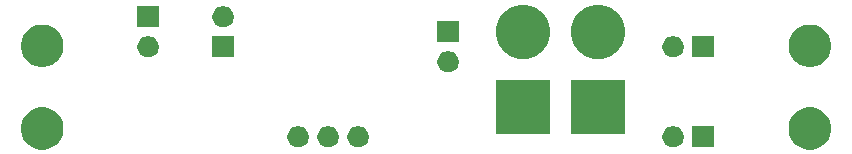
<source format=gbr>
G04 #@! TF.GenerationSoftware,KiCad,Pcbnew,(5.1.5-0-10_14)*
G04 #@! TF.CreationDate,2020-06-18T21:35:01+02:00*
G04 #@! TF.ProjectId,rover2,726f7665-7232-42e6-9b69-6361645f7063,rev?*
G04 #@! TF.SameCoordinates,Original*
G04 #@! TF.FileFunction,Soldermask,Bot*
G04 #@! TF.FilePolarity,Negative*
%FSLAX46Y46*%
G04 Gerber Fmt 4.6, Leading zero omitted, Abs format (unit mm)*
G04 Created by KiCad (PCBNEW (5.1.5-0-10_14)) date 2020-06-18 21:35:01*
%MOMM*%
%LPD*%
G04 APERTURE LIST*
%ADD10C,0.100000*%
G04 APERTURE END LIST*
D10*
G36*
X70525331Y-10268211D02*
G01*
X70853092Y-10403974D01*
X71148070Y-10601072D01*
X71398928Y-10851930D01*
X71596026Y-11146908D01*
X71731789Y-11474669D01*
X71801000Y-11822616D01*
X71801000Y-12177384D01*
X71731789Y-12525331D01*
X71596026Y-12853092D01*
X71398928Y-13148070D01*
X71148070Y-13398928D01*
X70853092Y-13596026D01*
X70525331Y-13731789D01*
X70177384Y-13801000D01*
X69822616Y-13801000D01*
X69474669Y-13731789D01*
X69146908Y-13596026D01*
X68851930Y-13398928D01*
X68601072Y-13148070D01*
X68403974Y-12853092D01*
X68268211Y-12525331D01*
X68199000Y-12177384D01*
X68199000Y-11822616D01*
X68268211Y-11474669D01*
X68403974Y-11146908D01*
X68601072Y-10851930D01*
X68851930Y-10601072D01*
X69146908Y-10403974D01*
X69474669Y-10268211D01*
X69822616Y-10199000D01*
X70177384Y-10199000D01*
X70525331Y-10268211D01*
G37*
G36*
X5525331Y-10268211D02*
G01*
X5853092Y-10403974D01*
X6148070Y-10601072D01*
X6398928Y-10851930D01*
X6596026Y-11146908D01*
X6731789Y-11474669D01*
X6801000Y-11822616D01*
X6801000Y-12177384D01*
X6731789Y-12525331D01*
X6596026Y-12853092D01*
X6398928Y-13148070D01*
X6148070Y-13398928D01*
X5853092Y-13596026D01*
X5525331Y-13731789D01*
X5177384Y-13801000D01*
X4822616Y-13801000D01*
X4474669Y-13731789D01*
X4146908Y-13596026D01*
X3851930Y-13398928D01*
X3601072Y-13148070D01*
X3403974Y-12853092D01*
X3268211Y-12525331D01*
X3199000Y-12177384D01*
X3199000Y-11822616D01*
X3268211Y-11474669D01*
X3403974Y-11146908D01*
X3601072Y-10851930D01*
X3851930Y-10601072D01*
X4146908Y-10403974D01*
X4474669Y-10268211D01*
X4822616Y-10199000D01*
X5177384Y-10199000D01*
X5525331Y-10268211D01*
G37*
G36*
X31863512Y-11803927D02*
G01*
X32012812Y-11833624D01*
X32176784Y-11901544D01*
X32324354Y-12000147D01*
X32449853Y-12125646D01*
X32548456Y-12273216D01*
X32616376Y-12437188D01*
X32651000Y-12611259D01*
X32651000Y-12788741D01*
X32616376Y-12962812D01*
X32548456Y-13126784D01*
X32449853Y-13274354D01*
X32324354Y-13399853D01*
X32176784Y-13498456D01*
X32012812Y-13566376D01*
X31863753Y-13596025D01*
X31838742Y-13601000D01*
X31661258Y-13601000D01*
X31636247Y-13596025D01*
X31487188Y-13566376D01*
X31323216Y-13498456D01*
X31175646Y-13399853D01*
X31050147Y-13274354D01*
X30951544Y-13126784D01*
X30883624Y-12962812D01*
X30849000Y-12788741D01*
X30849000Y-12611259D01*
X30883624Y-12437188D01*
X30951544Y-12273216D01*
X31050147Y-12125646D01*
X31175646Y-12000147D01*
X31323216Y-11901544D01*
X31487188Y-11833624D01*
X31636488Y-11803927D01*
X31661258Y-11799000D01*
X31838742Y-11799000D01*
X31863512Y-11803927D01*
G37*
G36*
X29323512Y-11803927D02*
G01*
X29472812Y-11833624D01*
X29636784Y-11901544D01*
X29784354Y-12000147D01*
X29909853Y-12125646D01*
X30008456Y-12273216D01*
X30076376Y-12437188D01*
X30111000Y-12611259D01*
X30111000Y-12788741D01*
X30076376Y-12962812D01*
X30008456Y-13126784D01*
X29909853Y-13274354D01*
X29784354Y-13399853D01*
X29636784Y-13498456D01*
X29472812Y-13566376D01*
X29323753Y-13596025D01*
X29298742Y-13601000D01*
X29121258Y-13601000D01*
X29096247Y-13596025D01*
X28947188Y-13566376D01*
X28783216Y-13498456D01*
X28635646Y-13399853D01*
X28510147Y-13274354D01*
X28411544Y-13126784D01*
X28343624Y-12962812D01*
X28309000Y-12788741D01*
X28309000Y-12611259D01*
X28343624Y-12437188D01*
X28411544Y-12273216D01*
X28510147Y-12125646D01*
X28635646Y-12000147D01*
X28783216Y-11901544D01*
X28947188Y-11833624D01*
X29096488Y-11803927D01*
X29121258Y-11799000D01*
X29298742Y-11799000D01*
X29323512Y-11803927D01*
G37*
G36*
X26783512Y-11803927D02*
G01*
X26932812Y-11833624D01*
X27096784Y-11901544D01*
X27244354Y-12000147D01*
X27369853Y-12125646D01*
X27468456Y-12273216D01*
X27536376Y-12437188D01*
X27571000Y-12611259D01*
X27571000Y-12788741D01*
X27536376Y-12962812D01*
X27468456Y-13126784D01*
X27369853Y-13274354D01*
X27244354Y-13399853D01*
X27096784Y-13498456D01*
X26932812Y-13566376D01*
X26783753Y-13596025D01*
X26758742Y-13601000D01*
X26581258Y-13601000D01*
X26556247Y-13596025D01*
X26407188Y-13566376D01*
X26243216Y-13498456D01*
X26095646Y-13399853D01*
X25970147Y-13274354D01*
X25871544Y-13126784D01*
X25803624Y-12962812D01*
X25769000Y-12788741D01*
X25769000Y-12611259D01*
X25803624Y-12437188D01*
X25871544Y-12273216D01*
X25970147Y-12125646D01*
X26095646Y-12000147D01*
X26243216Y-11901544D01*
X26407188Y-11833624D01*
X26556488Y-11803927D01*
X26581258Y-11799000D01*
X26758742Y-11799000D01*
X26783512Y-11803927D01*
G37*
G36*
X61861000Y-13601000D02*
G01*
X60059000Y-13601000D01*
X60059000Y-11799000D01*
X61861000Y-11799000D01*
X61861000Y-13601000D01*
G37*
G36*
X58533512Y-11803927D02*
G01*
X58682812Y-11833624D01*
X58846784Y-11901544D01*
X58994354Y-12000147D01*
X59119853Y-12125646D01*
X59218456Y-12273216D01*
X59286376Y-12437188D01*
X59321000Y-12611259D01*
X59321000Y-12788741D01*
X59286376Y-12962812D01*
X59218456Y-13126784D01*
X59119853Y-13274354D01*
X58994354Y-13399853D01*
X58846784Y-13498456D01*
X58682812Y-13566376D01*
X58533753Y-13596025D01*
X58508742Y-13601000D01*
X58331258Y-13601000D01*
X58306247Y-13596025D01*
X58157188Y-13566376D01*
X57993216Y-13498456D01*
X57845646Y-13399853D01*
X57720147Y-13274354D01*
X57621544Y-13126784D01*
X57553624Y-12962812D01*
X57519000Y-12788741D01*
X57519000Y-12611259D01*
X57553624Y-12437188D01*
X57621544Y-12273216D01*
X57720147Y-12125646D01*
X57845646Y-12000147D01*
X57993216Y-11901544D01*
X58157188Y-11833624D01*
X58306488Y-11803927D01*
X58331258Y-11799000D01*
X58508742Y-11799000D01*
X58533512Y-11803927D01*
G37*
G36*
X54371440Y-12461440D02*
G01*
X49768560Y-12461440D01*
X49768560Y-7858560D01*
X54371440Y-7858560D01*
X54371440Y-12461440D01*
G37*
G36*
X48021440Y-12461440D02*
G01*
X43418560Y-12461440D01*
X43418560Y-7858560D01*
X48021440Y-7858560D01*
X48021440Y-12461440D01*
G37*
G36*
X39483512Y-5453927D02*
G01*
X39632812Y-5483624D01*
X39796784Y-5551544D01*
X39944354Y-5650147D01*
X40069853Y-5775646D01*
X40168456Y-5923216D01*
X40236376Y-6087188D01*
X40271000Y-6261259D01*
X40271000Y-6438741D01*
X40236376Y-6612812D01*
X40168456Y-6776784D01*
X40069853Y-6924354D01*
X39944354Y-7049853D01*
X39796784Y-7148456D01*
X39632812Y-7216376D01*
X39483512Y-7246073D01*
X39458742Y-7251000D01*
X39281258Y-7251000D01*
X39256488Y-7246073D01*
X39107188Y-7216376D01*
X38943216Y-7148456D01*
X38795646Y-7049853D01*
X38670147Y-6924354D01*
X38571544Y-6776784D01*
X38503624Y-6612812D01*
X38469000Y-6438741D01*
X38469000Y-6261259D01*
X38503624Y-6087188D01*
X38571544Y-5923216D01*
X38670147Y-5775646D01*
X38795646Y-5650147D01*
X38943216Y-5551544D01*
X39107188Y-5483624D01*
X39256488Y-5453927D01*
X39281258Y-5449000D01*
X39458742Y-5449000D01*
X39483512Y-5453927D01*
G37*
G36*
X5525331Y-3268211D02*
G01*
X5853092Y-3403974D01*
X6148070Y-3601072D01*
X6398928Y-3851930D01*
X6596026Y-4146908D01*
X6731789Y-4474669D01*
X6801000Y-4822616D01*
X6801000Y-5177384D01*
X6731789Y-5525331D01*
X6596026Y-5853092D01*
X6398928Y-6148070D01*
X6148070Y-6398928D01*
X5853092Y-6596026D01*
X5525331Y-6731789D01*
X5177384Y-6801000D01*
X4822616Y-6801000D01*
X4474669Y-6731789D01*
X4146908Y-6596026D01*
X3851930Y-6398928D01*
X3601072Y-6148070D01*
X3403974Y-5853092D01*
X3268211Y-5525331D01*
X3199000Y-5177384D01*
X3199000Y-4822616D01*
X3268211Y-4474669D01*
X3403974Y-4146908D01*
X3601072Y-3851930D01*
X3851930Y-3601072D01*
X4146908Y-3403974D01*
X4474669Y-3268211D01*
X4822616Y-3199000D01*
X5177384Y-3199000D01*
X5525331Y-3268211D01*
G37*
G36*
X70525331Y-3268211D02*
G01*
X70853092Y-3403974D01*
X71148070Y-3601072D01*
X71398928Y-3851930D01*
X71596026Y-4146908D01*
X71731789Y-4474669D01*
X71801000Y-4822616D01*
X71801000Y-5177384D01*
X71731789Y-5525331D01*
X71596026Y-5853092D01*
X71398928Y-6148070D01*
X71148070Y-6398928D01*
X70853092Y-6596026D01*
X70525331Y-6731789D01*
X70177384Y-6801000D01*
X69822616Y-6801000D01*
X69474669Y-6731789D01*
X69146908Y-6596026D01*
X68851930Y-6398928D01*
X68601072Y-6148070D01*
X68403974Y-5853092D01*
X68268211Y-5525331D01*
X68199000Y-5177384D01*
X68199000Y-4822616D01*
X68268211Y-4474669D01*
X68403974Y-4146908D01*
X68601072Y-3851930D01*
X68851930Y-3601072D01*
X69146908Y-3403974D01*
X69474669Y-3268211D01*
X69822616Y-3199000D01*
X70177384Y-3199000D01*
X70525331Y-3268211D01*
G37*
G36*
X46391304Y-1597002D02*
G01*
X46810139Y-1770489D01*
X46810141Y-1770490D01*
X46914390Y-1840147D01*
X47187082Y-2022354D01*
X47507646Y-2342918D01*
X47759511Y-2719861D01*
X47932998Y-3138696D01*
X48021440Y-3583327D01*
X48021440Y-4036673D01*
X47932998Y-4481304D01*
X47759511Y-4900139D01*
X47507646Y-5277082D01*
X47187082Y-5597646D01*
X47108507Y-5650148D01*
X46810141Y-5849510D01*
X46810140Y-5849511D01*
X46810139Y-5849511D01*
X46391304Y-6022998D01*
X45946673Y-6111440D01*
X45493327Y-6111440D01*
X45048696Y-6022998D01*
X44629861Y-5849511D01*
X44629860Y-5849511D01*
X44629859Y-5849510D01*
X44331493Y-5650148D01*
X44252918Y-5597646D01*
X43932354Y-5277082D01*
X43680489Y-4900139D01*
X43507002Y-4481304D01*
X43418560Y-4036673D01*
X43418560Y-3583327D01*
X43507002Y-3138696D01*
X43680489Y-2719861D01*
X43932354Y-2342918D01*
X44252918Y-2022354D01*
X44525610Y-1840147D01*
X44629859Y-1770490D01*
X44629861Y-1770489D01*
X45048696Y-1597002D01*
X45493327Y-1508560D01*
X45946673Y-1508560D01*
X46391304Y-1597002D01*
G37*
G36*
X52741304Y-1597002D02*
G01*
X53160139Y-1770489D01*
X53160141Y-1770490D01*
X53264390Y-1840147D01*
X53537082Y-2022354D01*
X53857646Y-2342918D01*
X54109511Y-2719861D01*
X54282998Y-3138696D01*
X54371440Y-3583327D01*
X54371440Y-4036673D01*
X54282998Y-4481304D01*
X54109511Y-4900139D01*
X53857646Y-5277082D01*
X53537082Y-5597646D01*
X53458507Y-5650148D01*
X53160141Y-5849510D01*
X53160140Y-5849511D01*
X53160139Y-5849511D01*
X52741304Y-6022998D01*
X52296673Y-6111440D01*
X51843327Y-6111440D01*
X51398696Y-6022998D01*
X50979861Y-5849511D01*
X50979860Y-5849511D01*
X50979859Y-5849510D01*
X50681493Y-5650148D01*
X50602918Y-5597646D01*
X50282354Y-5277082D01*
X50030489Y-4900139D01*
X49857002Y-4481304D01*
X49768560Y-4036673D01*
X49768560Y-3583327D01*
X49857002Y-3138696D01*
X50030489Y-2719861D01*
X50282354Y-2342918D01*
X50602918Y-2022354D01*
X50875610Y-1840147D01*
X50979859Y-1770490D01*
X50979861Y-1770489D01*
X51398696Y-1597002D01*
X51843327Y-1508560D01*
X52296673Y-1508560D01*
X52741304Y-1597002D01*
G37*
G36*
X61861000Y-5981000D02*
G01*
X60059000Y-5981000D01*
X60059000Y-4179000D01*
X61861000Y-4179000D01*
X61861000Y-5981000D01*
G37*
G36*
X58533512Y-4183927D02*
G01*
X58682812Y-4213624D01*
X58846784Y-4281544D01*
X58994354Y-4380147D01*
X59119853Y-4505646D01*
X59218456Y-4653216D01*
X59286376Y-4817188D01*
X59321000Y-4991259D01*
X59321000Y-5168741D01*
X59286376Y-5342812D01*
X59218456Y-5506784D01*
X59119853Y-5654354D01*
X58994354Y-5779853D01*
X58846784Y-5878456D01*
X58682812Y-5946376D01*
X58533512Y-5976073D01*
X58508742Y-5981000D01*
X58331258Y-5981000D01*
X58306488Y-5976073D01*
X58157188Y-5946376D01*
X57993216Y-5878456D01*
X57845646Y-5779853D01*
X57720147Y-5654354D01*
X57621544Y-5506784D01*
X57553624Y-5342812D01*
X57519000Y-5168741D01*
X57519000Y-4991259D01*
X57553624Y-4817188D01*
X57621544Y-4653216D01*
X57720147Y-4505646D01*
X57845646Y-4380147D01*
X57993216Y-4281544D01*
X58157188Y-4213624D01*
X58306488Y-4183927D01*
X58331258Y-4179000D01*
X58508742Y-4179000D01*
X58533512Y-4183927D01*
G37*
G36*
X21221000Y-5981000D02*
G01*
X19419000Y-5981000D01*
X19419000Y-4179000D01*
X21221000Y-4179000D01*
X21221000Y-5981000D01*
G37*
G36*
X14083512Y-4183927D02*
G01*
X14232812Y-4213624D01*
X14396784Y-4281544D01*
X14544354Y-4380147D01*
X14669853Y-4505646D01*
X14768456Y-4653216D01*
X14836376Y-4817188D01*
X14871000Y-4991259D01*
X14871000Y-5168741D01*
X14836376Y-5342812D01*
X14768456Y-5506784D01*
X14669853Y-5654354D01*
X14544354Y-5779853D01*
X14396784Y-5878456D01*
X14232812Y-5946376D01*
X14083512Y-5976073D01*
X14058742Y-5981000D01*
X13881258Y-5981000D01*
X13856488Y-5976073D01*
X13707188Y-5946376D01*
X13543216Y-5878456D01*
X13395646Y-5779853D01*
X13270147Y-5654354D01*
X13171544Y-5506784D01*
X13103624Y-5342812D01*
X13069000Y-5168741D01*
X13069000Y-4991259D01*
X13103624Y-4817188D01*
X13171544Y-4653216D01*
X13270147Y-4505646D01*
X13395646Y-4380147D01*
X13543216Y-4281544D01*
X13707188Y-4213624D01*
X13856488Y-4183927D01*
X13881258Y-4179000D01*
X14058742Y-4179000D01*
X14083512Y-4183927D01*
G37*
G36*
X40271000Y-4711000D02*
G01*
X38469000Y-4711000D01*
X38469000Y-2909000D01*
X40271000Y-2909000D01*
X40271000Y-4711000D01*
G37*
G36*
X20433512Y-1643927D02*
G01*
X20582812Y-1673624D01*
X20746784Y-1741544D01*
X20894354Y-1840147D01*
X21019853Y-1965646D01*
X21118456Y-2113216D01*
X21186376Y-2277188D01*
X21221000Y-2451259D01*
X21221000Y-2628741D01*
X21186376Y-2802812D01*
X21118456Y-2966784D01*
X21019853Y-3114354D01*
X20894354Y-3239853D01*
X20746784Y-3338456D01*
X20582812Y-3406376D01*
X20433512Y-3436073D01*
X20408742Y-3441000D01*
X20231258Y-3441000D01*
X20206488Y-3436073D01*
X20057188Y-3406376D01*
X19893216Y-3338456D01*
X19745646Y-3239853D01*
X19620147Y-3114354D01*
X19521544Y-2966784D01*
X19453624Y-2802812D01*
X19419000Y-2628741D01*
X19419000Y-2451259D01*
X19453624Y-2277188D01*
X19521544Y-2113216D01*
X19620147Y-1965646D01*
X19745646Y-1840147D01*
X19893216Y-1741544D01*
X20057188Y-1673624D01*
X20206488Y-1643927D01*
X20231258Y-1639000D01*
X20408742Y-1639000D01*
X20433512Y-1643927D01*
G37*
G36*
X14871000Y-3441000D02*
G01*
X13069000Y-3441000D01*
X13069000Y-1639000D01*
X14871000Y-1639000D01*
X14871000Y-3441000D01*
G37*
M02*

</source>
